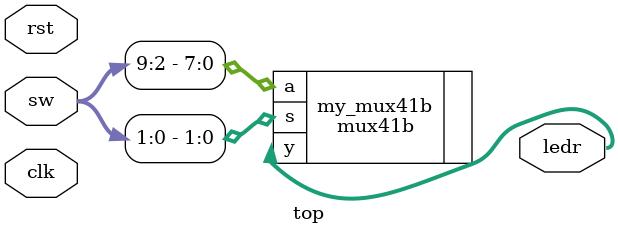
<source format=v>
module top (
    input clk,
    input rst,
    input [9:0] sw,
    
    output [1:0] ledr
);


mux41b my_mux41b(
    .a(sw[9:2]),
    .s(sw[1:0]),
    .y(ledr)
);


endmodule



</source>
